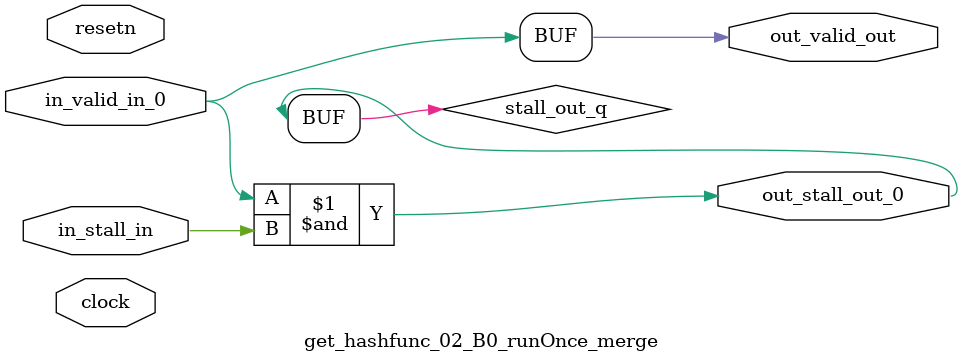
<source format=sv>



(* altera_attribute = "-name AUTO_SHIFT_REGISTER_RECOGNITION OFF; -name MESSAGE_DISABLE 10036; -name MESSAGE_DISABLE 10037; -name MESSAGE_DISABLE 14130; -name MESSAGE_DISABLE 14320; -name MESSAGE_DISABLE 15400; -name MESSAGE_DISABLE 14130; -name MESSAGE_DISABLE 10036; -name MESSAGE_DISABLE 12020; -name MESSAGE_DISABLE 12030; -name MESSAGE_DISABLE 12010; -name MESSAGE_DISABLE 12110; -name MESSAGE_DISABLE 14320; -name MESSAGE_DISABLE 13410; -name MESSAGE_DISABLE 113007; -name MESSAGE_DISABLE 10958" *)
module get_hashfunc_02_B0_runOnce_merge (
    input wire [0:0] in_stall_in,
    input wire [0:0] in_valid_in_0,
    output wire [0:0] out_stall_out_0,
    output wire [0:0] out_valid_out,
    input wire clock,
    input wire resetn
    );

    wire [0:0] stall_out_q;


    // stall_out(LOGICAL,6)
    assign stall_out_q = in_valid_in_0 & in_stall_in;

    // out_stall_out_0(GPOUT,4)
    assign out_stall_out_0 = stall_out_q;

    // out_valid_out(GPOUT,5)
    assign out_valid_out = in_valid_in_0;

endmodule

</source>
